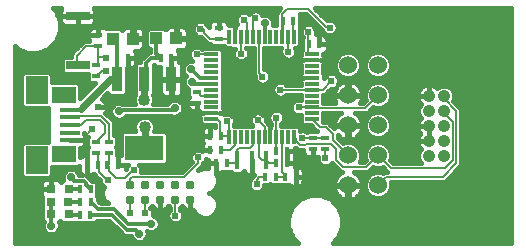
<source format=gtl>
G75*
%MOIN*%
%OFA0B0*%
%FSLAX25Y25*%
%IPPOS*%
%LPD*%
%AMOC8*
5,1,8,0,0,1.08239X$1,22.5*
%
%ADD10R,0.01800X0.03000*%
%ADD11R,0.03937X0.04331*%
%ADD12R,0.03000X0.01800*%
%ADD13R,0.06693X0.01772*%
%ADD14R,0.08268X0.05807*%
%ADD15R,0.07480X0.09350*%
%ADD16R,0.12795X0.08465*%
%ADD17R,0.03740X0.08465*%
%ADD18R,0.01181X0.04724*%
%ADD19R,0.04724X0.01181*%
%ADD20R,0.01575X0.06299*%
%ADD21C,0.03100*%
%ADD22R,0.03150X0.03150*%
%ADD23R,0.07874X0.03150*%
%ADD24C,0.06024*%
%ADD25C,0.04165*%
%ADD26C,0.01600*%
%ADD27C,0.00600*%
%ADD28C,0.02400*%
%ADD29C,0.00800*%
%ADD30C,0.02400*%
%ADD31C,0.04000*%
%ADD32C,0.01200*%
%ADD33C,0.02800*%
D10*
X0051031Y0021575D03*
X0054631Y0021575D03*
X0054681Y0025875D03*
X0051081Y0025875D03*
X0051056Y0030100D03*
X0054656Y0030100D03*
X0053456Y0038100D03*
X0057056Y0038100D03*
X0060131Y0038100D03*
X0063731Y0038100D03*
X0094531Y0043250D03*
X0098131Y0043250D03*
X0098056Y0047875D03*
X0094456Y0047875D03*
X0096506Y0038750D03*
X0100106Y0038750D03*
X0112756Y0034300D03*
X0116356Y0034300D03*
X0119381Y0034300D03*
X0122981Y0034300D03*
X0120131Y0038725D03*
X0116531Y0038725D03*
X0116531Y0042825D03*
X0120131Y0042825D03*
X0081606Y0073725D03*
X0078006Y0073725D03*
X0067206Y0073725D03*
X0063606Y0073725D03*
X0118656Y0086200D03*
X0122256Y0086200D03*
X0127356Y0078400D03*
X0130956Y0078400D03*
D11*
X0083302Y0080400D03*
X0076609Y0080400D03*
X0068827Y0080300D03*
X0062134Y0080300D03*
D12*
X0057256Y0081500D03*
X0057256Y0077900D03*
X0056556Y0071400D03*
X0056556Y0067800D03*
X0090206Y0062400D03*
X0090206Y0058800D03*
X0060656Y0045900D03*
X0056456Y0045900D03*
X0056456Y0042300D03*
X0060656Y0042300D03*
X0128856Y0043500D03*
X0132931Y0043500D03*
X0132931Y0047100D03*
X0128856Y0047100D03*
X0097356Y0080200D03*
X0097356Y0083800D03*
D13*
X0047679Y0056657D03*
X0047679Y0054098D03*
X0047679Y0051539D03*
X0047679Y0048980D03*
X0047679Y0046420D03*
D14*
X0045711Y0041696D03*
X0045711Y0061381D03*
D15*
X0036656Y0063153D03*
X0036656Y0039924D03*
D16*
X0072581Y0043950D03*
D17*
X0072581Y0066785D03*
X0081636Y0066785D03*
X0063525Y0066785D03*
D18*
X0100856Y0080965D03*
X0102824Y0080965D03*
X0104793Y0080965D03*
X0106761Y0080965D03*
X0108730Y0080965D03*
X0110698Y0080965D03*
X0112667Y0080965D03*
X0114635Y0080965D03*
X0116604Y0080965D03*
X0118572Y0080965D03*
X0120541Y0080965D03*
X0122509Y0080965D03*
X0122509Y0047500D03*
X0120541Y0047500D03*
X0118572Y0047500D03*
X0116604Y0047500D03*
X0114635Y0047500D03*
X0112667Y0047500D03*
X0110698Y0047500D03*
X0108730Y0047500D03*
X0106761Y0047500D03*
X0104793Y0047500D03*
X0102824Y0047500D03*
X0100856Y0047500D03*
D19*
X0094950Y0053406D03*
X0094950Y0055374D03*
X0094950Y0057343D03*
X0094950Y0059311D03*
X0094950Y0061280D03*
X0094950Y0063248D03*
X0094950Y0065217D03*
X0094950Y0067185D03*
X0094950Y0069154D03*
X0094950Y0071122D03*
X0094950Y0073091D03*
X0094950Y0075059D03*
X0128415Y0075059D03*
X0128415Y0073091D03*
X0128415Y0071122D03*
X0128415Y0069154D03*
X0128415Y0067185D03*
X0128415Y0065217D03*
X0128415Y0063248D03*
X0128415Y0061280D03*
X0128415Y0059311D03*
X0128415Y0057343D03*
X0128415Y0055374D03*
X0128415Y0053406D03*
D20*
X0113056Y0039700D03*
X0108331Y0039700D03*
X0103607Y0039700D03*
D21*
X0087856Y0031400D03*
X0082856Y0031400D03*
X0077856Y0031400D03*
X0072856Y0031400D03*
X0067856Y0031400D03*
X0067856Y0026400D03*
X0072856Y0026400D03*
X0077856Y0026400D03*
X0082856Y0026400D03*
X0087856Y0026400D03*
D22*
X0047308Y0025900D03*
X0041403Y0025900D03*
X0041503Y0021750D03*
X0047408Y0021750D03*
X0047433Y0030125D03*
X0041528Y0030125D03*
D23*
X0050356Y0071357D03*
X0050356Y0087893D03*
D24*
X0140456Y0071450D03*
X0150456Y0071450D03*
X0150456Y0061450D03*
X0140456Y0061450D03*
X0140456Y0051450D03*
X0150456Y0051450D03*
X0150456Y0041450D03*
X0140456Y0041450D03*
X0140456Y0031450D03*
X0150456Y0031450D03*
D25*
X0167406Y0041150D03*
X0172406Y0041150D03*
X0172406Y0046150D03*
X0167406Y0046150D03*
X0167406Y0051150D03*
X0172406Y0051150D03*
X0172406Y0056150D03*
X0167406Y0056150D03*
X0167406Y0061150D03*
X0172406Y0061150D03*
D26*
X0029456Y0077732D02*
X0029456Y0012300D01*
X0123738Y0012300D01*
X0121932Y0014106D01*
X0120563Y0017411D01*
X0120563Y0020989D01*
X0121932Y0024294D01*
X0124461Y0026824D01*
X0127767Y0028193D01*
X0131344Y0028193D01*
X0134650Y0026824D01*
X0137179Y0024294D01*
X0138548Y0020989D01*
X0138548Y0017411D01*
X0137179Y0014106D01*
X0135373Y0012300D01*
X0194934Y0012300D01*
X0194934Y0090377D01*
X0129433Y0090377D01*
X0133444Y0086366D01*
X0133888Y0086550D01*
X0134923Y0086550D01*
X0135878Y0086154D01*
X0136610Y0085423D01*
X0137006Y0084467D01*
X0137006Y0083433D01*
X0136610Y0082477D01*
X0135878Y0081746D01*
X0134923Y0081350D01*
X0133888Y0081350D01*
X0132933Y0081746D01*
X0132201Y0082477D01*
X0131973Y0083028D01*
X0131606Y0083396D01*
X0126601Y0088400D01*
X0124435Y0088400D01*
X0124556Y0088280D01*
X0124556Y0084120D01*
X0124421Y0083985D01*
X0124500Y0083907D01*
X0124500Y0078022D01*
X0123680Y0077202D01*
X0122841Y0077202D01*
X0123156Y0076442D01*
X0123156Y0075408D01*
X0122760Y0074452D01*
X0122028Y0073721D01*
X0121073Y0073325D01*
X0120038Y0073325D01*
X0119083Y0073721D01*
X0118351Y0074452D01*
X0117956Y0075408D01*
X0117956Y0076442D01*
X0118270Y0077202D01*
X0112398Y0077202D01*
X0112398Y0070150D01*
X0112473Y0070150D01*
X0113428Y0069754D01*
X0114160Y0069023D01*
X0114556Y0068067D01*
X0114556Y0067033D01*
X0114160Y0066077D01*
X0113428Y0065346D01*
X0112473Y0064950D01*
X0111438Y0064950D01*
X0110483Y0065346D01*
X0109751Y0066077D01*
X0109356Y0067033D01*
X0109356Y0067746D01*
X0108998Y0068103D01*
X0108998Y0077202D01*
X0106555Y0077202D01*
X0107010Y0076748D01*
X0107406Y0075792D01*
X0107406Y0074758D01*
X0107010Y0073802D01*
X0106278Y0073071D01*
X0105323Y0072675D01*
X0104288Y0072675D01*
X0103333Y0073071D01*
X0102601Y0073802D01*
X0102206Y0074758D01*
X0102206Y0075792D01*
X0102601Y0076748D01*
X0102656Y0076802D01*
X0101997Y0076802D01*
X0101539Y0076925D01*
X0101128Y0077162D01*
X0101088Y0077202D01*
X0099685Y0077202D01*
X0098987Y0077900D01*
X0095276Y0077900D01*
X0094626Y0078550D01*
X0093826Y0078550D01*
X0091751Y0080625D01*
X0091451Y0080925D01*
X0090788Y0080925D01*
X0089833Y0081321D01*
X0089101Y0082052D01*
X0088706Y0083008D01*
X0088706Y0084042D01*
X0089101Y0084998D01*
X0089833Y0085729D01*
X0090788Y0086125D01*
X0091823Y0086125D01*
X0092778Y0085729D01*
X0093510Y0084998D01*
X0093597Y0084788D01*
X0094056Y0084329D01*
X0094056Y0084937D01*
X0094178Y0085395D01*
X0094415Y0085805D01*
X0094750Y0086140D01*
X0095161Y0086377D01*
X0095619Y0086500D01*
X0097355Y0086500D01*
X0097355Y0083800D01*
X0097356Y0083800D01*
X0097356Y0086500D01*
X0099093Y0086500D01*
X0099550Y0086377D01*
X0099961Y0086140D01*
X0100296Y0085805D01*
X0100533Y0085395D01*
X0100656Y0084937D01*
X0100656Y0084727D01*
X0101088Y0084727D01*
X0101128Y0084767D01*
X0101539Y0085004D01*
X0101997Y0085127D01*
X0102824Y0085127D01*
X0102824Y0083929D01*
X0102824Y0083929D01*
X0102824Y0083929D01*
X0102824Y0085127D01*
X0103491Y0085127D01*
X0103106Y0086058D01*
X0103106Y0087092D01*
X0103501Y0088048D01*
X0104233Y0088779D01*
X0105188Y0089175D01*
X0106223Y0089175D01*
X0107178Y0088779D01*
X0107381Y0088577D01*
X0108083Y0089279D01*
X0109038Y0089675D01*
X0110073Y0089675D01*
X0111028Y0089279D01*
X0111760Y0088548D01*
X0111883Y0088250D01*
X0112124Y0088350D01*
X0113237Y0088350D01*
X0114267Y0087924D01*
X0115054Y0087136D01*
X0115481Y0086107D01*
X0115481Y0084993D01*
X0115370Y0084727D01*
X0116356Y0084727D01*
X0116356Y0088280D01*
X0116872Y0088796D01*
X0116872Y0089371D01*
X0117879Y0090377D01*
X0055846Y0090377D01*
X0055970Y0090162D01*
X0056093Y0089704D01*
X0056093Y0087893D01*
X0050356Y0087893D01*
X0050356Y0087893D01*
X0056093Y0087893D01*
X0056093Y0086081D01*
X0055970Y0085623D01*
X0055733Y0085213D01*
X0055398Y0084878D01*
X0054987Y0084641D01*
X0054530Y0084518D01*
X0050356Y0084518D01*
X0050356Y0087893D01*
X0050355Y0087893D01*
X0050355Y0087893D01*
X0044619Y0087893D01*
X0044619Y0089704D01*
X0044741Y0090162D01*
X0044865Y0090377D01*
X0042246Y0090377D01*
X0043029Y0089594D01*
X0044398Y0086289D01*
X0044398Y0082711D01*
X0043029Y0079406D01*
X0040500Y0076876D01*
X0037194Y0075507D01*
X0033617Y0075507D01*
X0030311Y0076876D01*
X0029456Y0077732D01*
X0029456Y0077137D02*
X0030050Y0077137D01*
X0029456Y0075539D02*
X0033540Y0075539D01*
X0037271Y0075539D02*
X0048490Y0075539D01*
X0048306Y0075354D02*
X0048306Y0074332D01*
X0045839Y0074332D01*
X0045019Y0073512D01*
X0045019Y0069203D01*
X0045839Y0068382D01*
X0053656Y0068382D01*
X0053656Y0066320D01*
X0054476Y0065500D01*
X0056279Y0065500D01*
X0051245Y0060466D01*
X0051245Y0064865D01*
X0050424Y0065685D01*
X0041796Y0065685D01*
X0041796Y0068408D01*
X0040976Y0069228D01*
X0032335Y0069228D01*
X0031515Y0068408D01*
X0031515Y0057898D01*
X0032335Y0057078D01*
X0040580Y0057078D01*
X0040580Y0046000D01*
X0032335Y0046000D01*
X0031515Y0045180D01*
X0031515Y0034669D01*
X0032335Y0033849D01*
X0040976Y0033849D01*
X0041796Y0034669D01*
X0041796Y0037393D01*
X0050424Y0037393D01*
X0050756Y0037724D01*
X0050756Y0036363D01*
X0050878Y0035905D01*
X0051115Y0035495D01*
X0051450Y0035160D01*
X0051861Y0034923D01*
X0051946Y0034900D01*
X0050809Y0034900D01*
X0050504Y0035636D01*
X0049717Y0036424D01*
X0048687Y0036850D01*
X0047574Y0036850D01*
X0046544Y0036424D01*
X0045757Y0035636D01*
X0045331Y0034607D01*
X0045331Y0033493D01*
X0045493Y0033100D01*
X0045279Y0033100D01*
X0044704Y0032526D01*
X0044543Y0032805D01*
X0044208Y0033140D01*
X0043797Y0033377D01*
X0043340Y0033500D01*
X0041528Y0033500D01*
X0041528Y0030125D01*
X0041528Y0030125D01*
X0041528Y0033500D01*
X0039716Y0033500D01*
X0039258Y0033377D01*
X0038848Y0033140D01*
X0038513Y0032805D01*
X0038276Y0032395D01*
X0038153Y0031937D01*
X0038153Y0030125D01*
X0041528Y0030125D01*
X0038153Y0030125D01*
X0038153Y0028313D01*
X0038276Y0027855D01*
X0038428Y0027592D01*
X0038428Y0023745D01*
X0038528Y0023645D01*
X0038528Y0019595D01*
X0039005Y0019119D01*
X0038731Y0018457D01*
X0038731Y0017343D01*
X0039157Y0016314D01*
X0039944Y0015526D01*
X0040974Y0015100D01*
X0042088Y0015100D01*
X0043117Y0015526D01*
X0043904Y0016314D01*
X0044331Y0017343D01*
X0044331Y0018457D01*
X0044040Y0019158D01*
X0044456Y0019573D01*
X0045254Y0018775D01*
X0049450Y0018775D01*
X0049551Y0018675D01*
X0052510Y0018675D01*
X0052831Y0018995D01*
X0053151Y0018675D01*
X0056110Y0018675D01*
X0056931Y0019495D01*
X0056931Y0019575D01*
X0060822Y0019575D01*
X0064656Y0015741D01*
X0064656Y0015672D01*
X0065827Y0014500D01*
X0068156Y0014500D01*
X0068482Y0013714D01*
X0069269Y0012926D01*
X0070299Y0012500D01*
X0071413Y0012500D01*
X0072442Y0012926D01*
X0073229Y0013714D01*
X0073656Y0014743D01*
X0073656Y0015857D01*
X0073563Y0016080D01*
X0074299Y0015775D01*
X0075413Y0015775D01*
X0076442Y0016201D01*
X0077229Y0016989D01*
X0077656Y0018018D01*
X0077656Y0019132D01*
X0077229Y0020161D01*
X0076442Y0020949D01*
X0075413Y0021375D01*
X0075365Y0021375D01*
X0075431Y0021533D01*
X0075431Y0022567D01*
X0075035Y0023523D01*
X0074592Y0023965D01*
X0075109Y0024481D01*
X0075253Y0024264D01*
X0075720Y0023798D01*
X0076269Y0023431D01*
X0076878Y0023179D01*
X0077526Y0023050D01*
X0077855Y0023050D01*
X0077855Y0025600D01*
X0077856Y0025600D01*
X0077856Y0023050D01*
X0078185Y0023050D01*
X0078833Y0023179D01*
X0079442Y0023431D01*
X0079991Y0023798D01*
X0080458Y0024264D01*
X0080602Y0024481D01*
X0081181Y0023903D01*
X0081181Y0023277D01*
X0080676Y0022773D01*
X0080281Y0021817D01*
X0080281Y0020783D01*
X0080676Y0019827D01*
X0081408Y0019096D01*
X0082363Y0018700D01*
X0083398Y0018700D01*
X0084353Y0019096D01*
X0085085Y0019827D01*
X0085481Y0020783D01*
X0085481Y0021817D01*
X0085085Y0022773D01*
X0084581Y0023277D01*
X0084581Y0023953D01*
X0085109Y0024481D01*
X0085253Y0024264D01*
X0085720Y0023798D01*
X0086269Y0023431D01*
X0086878Y0023179D01*
X0087526Y0023050D01*
X0087855Y0023050D01*
X0087855Y0025600D01*
X0087856Y0025600D01*
X0087856Y0023050D01*
X0088185Y0023050D01*
X0088833Y0023179D01*
X0088948Y0023227D01*
X0089253Y0022493D01*
X0090448Y0021297D01*
X0092010Y0020650D01*
X0093701Y0020650D01*
X0095263Y0021297D01*
X0096459Y0022493D01*
X0097106Y0024055D01*
X0097106Y0025745D01*
X0096459Y0027307D01*
X0095263Y0028503D01*
X0094304Y0028900D01*
X0095263Y0029297D01*
X0096459Y0030493D01*
X0097106Y0032055D01*
X0097106Y0033745D01*
X0096459Y0035307D01*
X0096316Y0035450D01*
X0096505Y0035450D01*
X0096505Y0038750D01*
X0093806Y0038750D01*
X0093806Y0037107D01*
X0093701Y0037150D01*
X0092010Y0037150D01*
X0090601Y0036566D01*
X0091210Y0037175D01*
X0092206Y0038171D01*
X0092206Y0038698D01*
X0092710Y0039202D01*
X0093057Y0040040D01*
X0093394Y0039950D01*
X0093806Y0039950D01*
X0093806Y0038750D01*
X0096505Y0038750D01*
X0096505Y0038750D01*
X0096506Y0038750D01*
X0096506Y0035450D01*
X0097643Y0035450D01*
X0098100Y0035573D01*
X0098511Y0035810D01*
X0098588Y0035887D01*
X0098626Y0035850D01*
X0101540Y0035850D01*
X0102239Y0035150D01*
X0104974Y0035150D01*
X0105794Y0035970D01*
X0105794Y0036125D01*
X0105866Y0035856D01*
X0106103Y0035445D01*
X0106439Y0035110D01*
X0106849Y0034873D01*
X0107307Y0034750D01*
X0108331Y0034750D01*
X0108331Y0039700D01*
X0108331Y0039700D01*
X0108331Y0034750D01*
X0109077Y0034750D01*
X0108281Y0033954D01*
X0108281Y0033727D01*
X0107776Y0033223D01*
X0107381Y0032267D01*
X0107381Y0031233D01*
X0107776Y0030277D01*
X0108508Y0029546D01*
X0109463Y0029150D01*
X0110498Y0029150D01*
X0111453Y0029546D01*
X0112185Y0030277D01*
X0112581Y0031233D01*
X0112581Y0031400D01*
X0114235Y0031400D01*
X0114556Y0031720D01*
X0114876Y0031400D01*
X0117835Y0031400D01*
X0117868Y0031433D01*
X0117901Y0031400D01*
X0120860Y0031400D01*
X0120898Y0031437D01*
X0120975Y0031360D01*
X0121386Y0031123D01*
X0121844Y0031000D01*
X0122980Y0031000D01*
X0122980Y0034300D01*
X0122980Y0037600D01*
X0122831Y0037600D01*
X0122831Y0038725D01*
X0122831Y0040462D01*
X0122747Y0040775D01*
X0122831Y0041088D01*
X0122831Y0042825D01*
X0122831Y0043738D01*
X0123269Y0043738D01*
X0123707Y0043300D01*
X0125556Y0043300D01*
X0125556Y0042363D01*
X0125678Y0041905D01*
X0125915Y0041495D01*
X0126250Y0041160D01*
X0126661Y0040923D01*
X0127119Y0040800D01*
X0128855Y0040800D01*
X0128855Y0043500D01*
X0128856Y0043500D01*
X0128856Y0040800D01*
X0130356Y0040800D01*
X0130356Y0039908D01*
X0130751Y0038952D01*
X0131483Y0038221D01*
X0132438Y0037825D01*
X0133473Y0037825D01*
X0134428Y0038221D01*
X0135088Y0038881D01*
X0135840Y0038130D01*
X0138131Y0035838D01*
X0138469Y0035838D01*
X0137934Y0035565D01*
X0137321Y0035120D01*
X0136785Y0034585D01*
X0136340Y0033972D01*
X0135996Y0033297D01*
X0135762Y0032577D01*
X0135644Y0031829D01*
X0135644Y0031654D01*
X0140252Y0031654D01*
X0140252Y0031246D01*
X0140659Y0031246D01*
X0140659Y0026638D01*
X0140834Y0026638D01*
X0141582Y0026757D01*
X0142303Y0026991D01*
X0142977Y0027335D01*
X0143590Y0027780D01*
X0144126Y0028315D01*
X0144571Y0028928D01*
X0144915Y0029603D01*
X0145149Y0030323D01*
X0145267Y0031071D01*
X0145267Y0031246D01*
X0140660Y0031246D01*
X0140660Y0031654D01*
X0145267Y0031654D01*
X0145267Y0031829D01*
X0145149Y0032577D01*
X0144915Y0033297D01*
X0144571Y0033972D01*
X0144126Y0034585D01*
X0143590Y0035120D01*
X0142977Y0035565D01*
X0142442Y0035838D01*
X0147248Y0035838D01*
X0148244Y0036834D01*
X0148779Y0037369D01*
X0149578Y0037038D01*
X0151333Y0037038D01*
X0152132Y0037369D01*
X0153551Y0035950D01*
X0152551Y0035950D01*
X0152132Y0035531D01*
X0151333Y0035862D01*
X0149578Y0035862D01*
X0147956Y0035190D01*
X0146715Y0033949D01*
X0146044Y0032328D01*
X0146044Y0030572D01*
X0146715Y0028951D01*
X0147956Y0027710D01*
X0149578Y0027038D01*
X0151333Y0027038D01*
X0152955Y0027710D01*
X0154196Y0028951D01*
X0154867Y0030572D01*
X0154867Y0032328D01*
X0154775Y0032550D01*
X0172710Y0032550D01*
X0173706Y0033546D01*
X0178288Y0038129D01*
X0178288Y0056890D01*
X0177292Y0057885D01*
X0175546Y0059632D01*
X0175888Y0060457D01*
X0175888Y0061843D01*
X0175358Y0063123D01*
X0174378Y0064102D01*
X0173098Y0064633D01*
X0171713Y0064633D01*
X0170433Y0064102D01*
X0170188Y0063858D01*
X0169881Y0064166D01*
X0169245Y0064591D01*
X0168538Y0064883D01*
X0167788Y0065033D01*
X0167406Y0065033D01*
X0167406Y0061150D01*
X0167405Y0061150D01*
X0163523Y0061150D01*
X0163523Y0060768D01*
X0163672Y0060017D01*
X0163965Y0059311D01*
X0164390Y0058675D01*
X0164697Y0058367D01*
X0164453Y0058123D01*
X0163923Y0056843D01*
X0163923Y0055457D01*
X0164453Y0054177D01*
X0164697Y0053933D01*
X0164390Y0053625D01*
X0163965Y0052989D01*
X0163672Y0052283D01*
X0163523Y0051532D01*
X0163523Y0051150D01*
X0163523Y0050768D01*
X0163672Y0050017D01*
X0163965Y0049311D01*
X0164390Y0048675D01*
X0164415Y0048650D01*
X0164390Y0048625D01*
X0163965Y0047989D01*
X0163672Y0047283D01*
X0163523Y0046532D01*
X0163523Y0046150D01*
X0163523Y0045768D01*
X0163672Y0045017D01*
X0163965Y0044311D01*
X0164390Y0043675D01*
X0164697Y0043367D01*
X0164453Y0043123D01*
X0163923Y0041843D01*
X0163923Y0040457D01*
X0164453Y0039177D01*
X0164680Y0038950D01*
X0155360Y0038950D01*
X0154536Y0039773D01*
X0154867Y0040572D01*
X0154867Y0042328D01*
X0154196Y0043949D01*
X0152955Y0045190D01*
X0151333Y0045862D01*
X0149578Y0045862D01*
X0147956Y0045190D01*
X0146715Y0043949D01*
X0146044Y0042328D01*
X0146044Y0040572D01*
X0146375Y0039773D01*
X0145840Y0039238D01*
X0144315Y0039238D01*
X0144867Y0040572D01*
X0144867Y0042328D01*
X0144196Y0043949D01*
X0142955Y0045190D01*
X0141333Y0045862D01*
X0139578Y0045862D01*
X0138779Y0045531D01*
X0137031Y0047279D01*
X0137031Y0048070D01*
X0137321Y0047780D01*
X0137934Y0047335D01*
X0138608Y0046991D01*
X0139329Y0046757D01*
X0140077Y0046638D01*
X0140252Y0046638D01*
X0140252Y0051246D01*
X0140659Y0051246D01*
X0140659Y0046638D01*
X0140834Y0046638D01*
X0141582Y0046757D01*
X0142303Y0046991D01*
X0142977Y0047335D01*
X0143590Y0047780D01*
X0144126Y0048315D01*
X0144571Y0048928D01*
X0144915Y0049603D01*
X0145149Y0050323D01*
X0145267Y0051071D01*
X0145267Y0051246D01*
X0140660Y0051246D01*
X0140660Y0051654D01*
X0145267Y0051654D01*
X0145267Y0051829D01*
X0145149Y0052577D01*
X0144915Y0053297D01*
X0144571Y0053972D01*
X0144126Y0054585D01*
X0143590Y0055120D01*
X0142977Y0055565D01*
X0142910Y0055600D01*
X0147010Y0055600D01*
X0148006Y0056596D01*
X0148779Y0057369D01*
X0149578Y0057038D01*
X0151333Y0057038D01*
X0152955Y0057710D01*
X0154196Y0058951D01*
X0154867Y0060572D01*
X0154867Y0062328D01*
X0154196Y0063949D01*
X0152955Y0065190D01*
X0151333Y0065862D01*
X0149578Y0065862D01*
X0147956Y0065190D01*
X0146715Y0063949D01*
X0146044Y0062328D01*
X0146044Y0060572D01*
X0146375Y0059773D01*
X0145601Y0059000D01*
X0144608Y0059000D01*
X0144915Y0059603D01*
X0145149Y0060323D01*
X0145267Y0061071D01*
X0145267Y0061246D01*
X0140660Y0061246D01*
X0140660Y0061654D01*
X0145267Y0061654D01*
X0145267Y0061829D01*
X0145149Y0062577D01*
X0144915Y0063297D01*
X0144571Y0063972D01*
X0144126Y0064585D01*
X0143590Y0065120D01*
X0142977Y0065565D01*
X0142303Y0065909D01*
X0141582Y0066143D01*
X0140834Y0066262D01*
X0140659Y0066262D01*
X0140659Y0061654D01*
X0140252Y0061654D01*
X0140252Y0066262D01*
X0140077Y0066262D01*
X0139329Y0066143D01*
X0138608Y0065909D01*
X0137934Y0065565D01*
X0137321Y0065120D01*
X0137274Y0065073D01*
X0137506Y0065633D01*
X0137506Y0066667D01*
X0137110Y0067623D01*
X0136378Y0068354D01*
X0135423Y0068750D01*
X0134388Y0068750D01*
X0133433Y0068354D01*
X0132701Y0067623D01*
X0132577Y0067322D01*
X0132577Y0068013D01*
X0132454Y0068470D01*
X0132217Y0068881D01*
X0132177Y0068921D01*
X0132177Y0071354D01*
X0132217Y0071395D01*
X0132454Y0071805D01*
X0132577Y0072263D01*
X0132577Y0073090D01*
X0131379Y0073090D01*
X0131379Y0073091D01*
X0132577Y0073091D01*
X0132577Y0073918D01*
X0132454Y0074376D01*
X0132217Y0074786D01*
X0132177Y0074827D01*
X0132177Y0075123D01*
X0132550Y0075223D01*
X0132961Y0075460D01*
X0133296Y0075795D01*
X0133533Y0076205D01*
X0133656Y0076663D01*
X0133656Y0078400D01*
X0133656Y0080137D01*
X0133533Y0080595D01*
X0133296Y0081005D01*
X0132961Y0081340D01*
X0132550Y0081577D01*
X0132093Y0081700D01*
X0130956Y0081700D01*
X0130956Y0078400D01*
X0133656Y0078400D01*
X0130956Y0078400D01*
X0130956Y0078400D01*
X0130955Y0078400D01*
X0130955Y0081700D01*
X0129819Y0081700D01*
X0129728Y0081676D01*
X0129856Y0081983D01*
X0129856Y0083017D01*
X0129460Y0083973D01*
X0128728Y0084704D01*
X0127773Y0085100D01*
X0126738Y0085100D01*
X0125783Y0084704D01*
X0125051Y0083973D01*
X0124656Y0083017D01*
X0124656Y0081983D01*
X0125051Y0081027D01*
X0125327Y0080751D01*
X0125056Y0080480D01*
X0125056Y0076633D01*
X0124652Y0076230D01*
X0124652Y0074827D01*
X0124612Y0074786D01*
X0124375Y0074376D01*
X0124252Y0073918D01*
X0124252Y0073091D01*
X0125450Y0073091D01*
X0125450Y0073091D01*
X0125450Y0073090D01*
X0124252Y0073090D01*
X0124252Y0072263D01*
X0124375Y0071805D01*
X0124612Y0071395D01*
X0124652Y0071354D01*
X0124652Y0068921D01*
X0124612Y0068881D01*
X0124375Y0068470D01*
X0124252Y0068013D01*
X0124252Y0067185D01*
X0124252Y0066358D01*
X0124375Y0065900D01*
X0124612Y0065489D01*
X0124652Y0065449D01*
X0124652Y0064950D01*
X0119882Y0064950D01*
X0119378Y0065454D01*
X0118423Y0065850D01*
X0117388Y0065850D01*
X0116433Y0065454D01*
X0115701Y0064723D01*
X0115306Y0063767D01*
X0115306Y0062733D01*
X0115701Y0061777D01*
X0116433Y0061046D01*
X0117388Y0060650D01*
X0118423Y0060650D01*
X0119378Y0061046D01*
X0119882Y0061550D01*
X0124652Y0061550D01*
X0124652Y0059911D01*
X0124498Y0059975D01*
X0123463Y0059975D01*
X0122508Y0059579D01*
X0121776Y0058848D01*
X0121381Y0057892D01*
X0121381Y0056858D01*
X0121776Y0055902D01*
X0122508Y0055171D01*
X0123463Y0054775D01*
X0124498Y0054775D01*
X0124652Y0054839D01*
X0124652Y0052235D01*
X0125472Y0051415D01*
X0128001Y0051415D01*
X0129420Y0049996D01*
X0130016Y0049400D01*
X0126776Y0049400D01*
X0126701Y0049326D01*
X0125798Y0049700D01*
X0124763Y0049700D01*
X0124500Y0049591D01*
X0124500Y0050442D01*
X0123680Y0051262D01*
X0118231Y0051262D01*
X0118231Y0051998D01*
X0118735Y0052502D01*
X0119131Y0053458D01*
X0119131Y0054492D01*
X0118735Y0055448D01*
X0118003Y0056179D01*
X0117048Y0056575D01*
X0116013Y0056575D01*
X0115058Y0056179D01*
X0114326Y0055448D01*
X0113931Y0054492D01*
X0113931Y0053458D01*
X0114326Y0052502D01*
X0114831Y0051998D01*
X0114831Y0051662D01*
X0114635Y0051662D01*
X0114297Y0051662D01*
X0113056Y0052904D01*
X0113056Y0053617D01*
X0112660Y0054573D01*
X0111928Y0055304D01*
X0110973Y0055700D01*
X0109938Y0055700D01*
X0108983Y0055304D01*
X0108251Y0054573D01*
X0107856Y0053617D01*
X0107856Y0052583D01*
X0108251Y0051627D01*
X0108616Y0051262D01*
X0102556Y0051262D01*
X0102556Y0051821D01*
X0102706Y0052183D01*
X0102706Y0053217D01*
X0102310Y0054173D01*
X0101578Y0054904D01*
X0100623Y0055300D01*
X0099588Y0055300D01*
X0099112Y0055103D01*
X0099112Y0055374D01*
X0099112Y0056202D01*
X0098990Y0056659D01*
X0098753Y0057070D01*
X0098712Y0057110D01*
X0098712Y0076230D01*
X0097892Y0077050D01*
X0092008Y0077050D01*
X0091895Y0076937D01*
X0091578Y0077254D01*
X0090623Y0077650D01*
X0089588Y0077650D01*
X0088633Y0077254D01*
X0087901Y0076523D01*
X0087506Y0075567D01*
X0087506Y0074533D01*
X0087901Y0073577D01*
X0088629Y0072850D01*
X0087724Y0072850D01*
X0086694Y0072424D01*
X0085907Y0071636D01*
X0085481Y0070607D01*
X0085481Y0069493D01*
X0085907Y0068464D01*
X0086458Y0067912D01*
X0086132Y0067586D01*
X0085706Y0066557D01*
X0085706Y0065443D01*
X0086132Y0064414D01*
X0086919Y0063626D01*
X0087306Y0063466D01*
X0087306Y0060920D01*
X0087343Y0060883D01*
X0087265Y0060805D01*
X0087028Y0060395D01*
X0086906Y0059937D01*
X0086906Y0058800D01*
X0086906Y0057663D01*
X0087028Y0057205D01*
X0087265Y0056795D01*
X0087600Y0056460D01*
X0088011Y0056223D01*
X0088469Y0056100D01*
X0090205Y0056100D01*
X0090205Y0058800D01*
X0086906Y0058800D01*
X0090205Y0058800D01*
X0090205Y0058800D01*
X0090206Y0058800D01*
X0090206Y0056100D01*
X0090788Y0056100D01*
X0090788Y0055374D01*
X0090788Y0054546D01*
X0090910Y0054089D01*
X0091147Y0053678D01*
X0091188Y0053638D01*
X0091188Y0052235D01*
X0092008Y0051415D01*
X0096156Y0051415D01*
X0096156Y0050992D01*
X0096050Y0051052D01*
X0095593Y0051175D01*
X0094456Y0051175D01*
X0094456Y0047875D01*
X0094455Y0047875D01*
X0091756Y0047875D01*
X0091756Y0046138D01*
X0091878Y0045680D01*
X0091984Y0045498D01*
X0091953Y0045445D01*
X0091831Y0044987D01*
X0091831Y0043250D01*
X0091831Y0042940D01*
X0091023Y0043275D01*
X0089988Y0043275D01*
X0089033Y0042879D01*
X0088301Y0042148D01*
X0087906Y0041192D01*
X0087906Y0040158D01*
X0088301Y0039202D01*
X0088365Y0039139D01*
X0085126Y0035900D01*
X0082410Y0035900D01*
X0082385Y0035925D01*
X0071627Y0035925D01*
X0071631Y0035933D01*
X0071631Y0036967D01*
X0071235Y0037923D01*
X0070840Y0038318D01*
X0079558Y0038318D01*
X0080378Y0039138D01*
X0080378Y0048762D01*
X0079558Y0049582D01*
X0075831Y0049582D01*
X0076056Y0050124D01*
X0076056Y0051476D01*
X0075538Y0052726D01*
X0074581Y0053682D01*
X0073332Y0054200D01*
X0071979Y0054200D01*
X0070730Y0053682D01*
X0069773Y0052726D01*
X0069256Y0051476D01*
X0069256Y0050124D01*
X0069480Y0049582D01*
X0065603Y0049582D01*
X0064783Y0048762D01*
X0064783Y0041400D01*
X0063731Y0041400D01*
X0063731Y0038100D01*
X0066431Y0038100D01*
X0066431Y0036679D01*
X0066431Y0036679D01*
X0066431Y0036967D01*
X0066826Y0037923D01*
X0067221Y0038318D01*
X0066431Y0038318D01*
X0066431Y0038100D01*
X0063731Y0038100D01*
X0063731Y0038100D01*
X0063730Y0038100D01*
X0063730Y0041400D01*
X0063556Y0041400D01*
X0063556Y0043780D01*
X0063235Y0044100D01*
X0063556Y0044420D01*
X0063556Y0047380D01*
X0062735Y0048200D01*
X0062506Y0048200D01*
X0062506Y0052704D01*
X0061510Y0053700D01*
X0059610Y0055599D01*
X0059864Y0055979D01*
X0060090Y0056525D01*
X0060206Y0057105D01*
X0060206Y0057400D01*
X0060206Y0057695D01*
X0060090Y0058275D01*
X0059864Y0058821D01*
X0059536Y0059312D01*
X0059118Y0059730D01*
X0058627Y0060059D01*
X0058319Y0060186D01*
X0060255Y0062123D01*
X0060255Y0061972D01*
X0061075Y0061152D01*
X0059285Y0061152D01*
X0059294Y0059554D02*
X0069081Y0059554D01*
X0069081Y0059249D02*
X0069329Y0058650D01*
X0065266Y0058650D01*
X0064662Y0058900D01*
X0063549Y0058900D01*
X0062519Y0058474D01*
X0061732Y0057686D01*
X0061306Y0056657D01*
X0061306Y0055543D01*
X0061732Y0054514D01*
X0062519Y0053726D01*
X0063549Y0053300D01*
X0064662Y0053300D01*
X0065692Y0053726D01*
X0066479Y0054514D01*
X0066536Y0054650D01*
X0081314Y0054650D01*
X0082099Y0054325D01*
X0083213Y0054325D01*
X0084242Y0054751D01*
X0085029Y0055539D01*
X0085456Y0056568D01*
X0085456Y0057682D01*
X0085029Y0058711D01*
X0084242Y0059499D01*
X0083213Y0059925D01*
X0082099Y0059925D01*
X0081069Y0059499D01*
X0080282Y0058711D01*
X0080257Y0058650D01*
X0075633Y0058650D01*
X0075881Y0059249D01*
X0075881Y0060601D01*
X0075470Y0061592D01*
X0075851Y0061972D01*
X0075851Y0071500D01*
X0076526Y0070825D01*
X0077966Y0070825D01*
X0077966Y0066920D01*
X0081501Y0066920D01*
X0081501Y0070425D01*
X0081605Y0070425D01*
X0081605Y0073725D01*
X0081606Y0073725D01*
X0084306Y0073725D01*
X0084306Y0075462D01*
X0084183Y0075920D01*
X0083946Y0076330D01*
X0083841Y0076435D01*
X0085507Y0076435D01*
X0085965Y0076557D01*
X0086376Y0076794D01*
X0086711Y0077129D01*
X0086948Y0077540D01*
X0087070Y0077998D01*
X0087070Y0080216D01*
X0083486Y0080216D01*
X0083486Y0080584D01*
X0083118Y0080584D01*
X0083118Y0084365D01*
X0081097Y0084365D01*
X0080639Y0084243D01*
X0080228Y0084006D01*
X0079893Y0083671D01*
X0079732Y0083391D01*
X0079157Y0083965D01*
X0074061Y0083965D01*
X0073241Y0083145D01*
X0073241Y0077655D01*
X0074061Y0076835D01*
X0074609Y0076835D01*
X0074609Y0075725D01*
X0073852Y0075725D01*
X0072681Y0074553D01*
X0071256Y0073128D01*
X0071256Y0072417D01*
X0070131Y0072417D01*
X0069906Y0072192D01*
X0069906Y0073725D01*
X0069906Y0075462D01*
X0069783Y0075920D01*
X0069546Y0076330D01*
X0069541Y0076335D01*
X0071032Y0076335D01*
X0071490Y0076457D01*
X0071901Y0076694D01*
X0072236Y0077029D01*
X0072473Y0077440D01*
X0072595Y0077898D01*
X0072595Y0080116D01*
X0069011Y0080116D01*
X0069011Y0080484D01*
X0068643Y0080484D01*
X0068643Y0084265D01*
X0066622Y0084265D01*
X0066164Y0084143D01*
X0065753Y0083906D01*
X0065418Y0083571D01*
X0065257Y0083291D01*
X0064682Y0083865D01*
X0059817Y0083865D01*
X0059450Y0084077D01*
X0058993Y0084200D01*
X0057256Y0084200D01*
X0057256Y0081500D01*
X0057255Y0081500D01*
X0053956Y0081500D01*
X0053956Y0080363D01*
X0054078Y0079905D01*
X0054254Y0079600D01*
X0052551Y0079600D01*
X0049301Y0076350D01*
X0048306Y0075354D01*
X0050089Y0077137D02*
X0040761Y0077137D01*
X0042359Y0078736D02*
X0051687Y0078736D01*
X0053963Y0080334D02*
X0043414Y0080334D01*
X0044076Y0081933D02*
X0053956Y0081933D01*
X0053956Y0081500D02*
X0057255Y0081500D01*
X0057255Y0081500D01*
X0057255Y0084200D01*
X0055519Y0084200D01*
X0055061Y0084077D01*
X0054650Y0083840D01*
X0054315Y0083505D01*
X0054078Y0083095D01*
X0053956Y0082637D01*
X0053956Y0081500D01*
X0057255Y0081933D02*
X0057256Y0081933D01*
X0057255Y0083532D02*
X0057256Y0083532D01*
X0055650Y0085130D02*
X0089234Y0085130D01*
X0088706Y0083532D02*
X0086791Y0083532D01*
X0086711Y0083671D02*
X0086376Y0084006D01*
X0085965Y0084243D01*
X0085507Y0084365D01*
X0083486Y0084365D01*
X0083486Y0080584D01*
X0087070Y0080584D01*
X0087070Y0082802D01*
X0086948Y0083260D01*
X0086711Y0083671D01*
X0087070Y0081933D02*
X0089221Y0081933D01*
X0092042Y0080334D02*
X0083486Y0080334D01*
X0083486Y0081933D02*
X0083118Y0081933D01*
X0083118Y0083532D02*
X0083486Y0083532D01*
X0079813Y0083532D02*
X0079591Y0083532D01*
X0073627Y0083532D02*
X0072258Y0083532D01*
X0072236Y0083571D02*
X0071901Y0083906D01*
X0071490Y0084143D01*
X0071032Y0084265D01*
X0069011Y0084265D01*
X0069011Y0080484D01*
X0072595Y0080484D01*
X0072595Y0082702D01*
X0072473Y0083160D01*
X0072236Y0083571D01*
X0072595Y0081933D02*
X0073241Y0081933D01*
X0073241Y0080334D02*
X0069011Y0080334D01*
X0069011Y0081933D02*
X0068643Y0081933D01*
X0068643Y0083532D02*
X0069011Y0083532D01*
X0065396Y0083532D02*
X0065016Y0083532D01*
X0056093Y0086729D02*
X0103106Y0086729D01*
X0103781Y0088327D02*
X0056093Y0088327D01*
X0056033Y0089926D02*
X0117427Y0089926D01*
X0116403Y0088327D02*
X0113293Y0088327D01*
X0112068Y0088327D02*
X0111851Y0088327D01*
X0115223Y0086729D02*
X0116356Y0086729D01*
X0116356Y0085130D02*
X0115481Y0085130D01*
X0124556Y0085130D02*
X0129871Y0085130D01*
X0129642Y0083532D02*
X0131470Y0083532D01*
X0132746Y0081933D02*
X0129835Y0081933D01*
X0130955Y0080334D02*
X0130956Y0080334D01*
X0130955Y0078736D02*
X0130956Y0078736D01*
X0133656Y0078736D02*
X0194934Y0078736D01*
X0194934Y0077137D02*
X0133656Y0077137D01*
X0133040Y0075539D02*
X0138799Y0075539D01*
X0139578Y0075862D02*
X0137956Y0075190D01*
X0136715Y0073949D01*
X0136044Y0072328D01*
X0136044Y0070572D01*
X0136715Y0068951D01*
X0137956Y0067710D01*
X0139578Y0067038D01*
X0141333Y0067038D01*
X0142955Y0067710D01*
X0144196Y0068951D01*
X0144867Y0070572D01*
X0144867Y0072328D01*
X0144196Y0073949D01*
X0142955Y0075190D01*
X0141333Y0075862D01*
X0139578Y0075862D01*
X0142113Y0075539D02*
X0148799Y0075539D01*
X0149578Y0075862D02*
X0147956Y0075190D01*
X0146715Y0073949D01*
X0146044Y0072328D01*
X0146044Y0070572D01*
X0146715Y0068951D01*
X0147956Y0067710D01*
X0149578Y0067038D01*
X0151333Y0067038D01*
X0152955Y0067710D01*
X0154196Y0068951D01*
X0154867Y0070572D01*
X0154867Y0072328D01*
X0154196Y0073949D01*
X0152955Y0075190D01*
X0151333Y0075862D01*
X0149578Y0075862D01*
X0152113Y0075539D02*
X0194934Y0075539D01*
X0194934Y0073940D02*
X0154199Y0073940D01*
X0154861Y0072342D02*
X0194934Y0072342D01*
X0194934Y0070743D02*
X0154867Y0070743D01*
X0154276Y0069145D02*
X0194934Y0069145D01*
X0194934Y0067546D02*
X0152560Y0067546D01*
X0148351Y0067546D02*
X0142560Y0067546D01*
X0142184Y0065948D02*
X0194934Y0065948D01*
X0194934Y0064349D02*
X0173782Y0064349D01*
X0175512Y0062751D02*
X0194934Y0062751D01*
X0194934Y0061152D02*
X0175888Y0061152D01*
X0175624Y0059554D02*
X0194934Y0059554D01*
X0194934Y0057955D02*
X0177223Y0057955D01*
X0178288Y0056357D02*
X0194934Y0056357D01*
X0194934Y0054758D02*
X0178288Y0054758D01*
X0178288Y0053160D02*
X0194934Y0053160D01*
X0194934Y0051561D02*
X0178288Y0051561D01*
X0178288Y0049963D02*
X0194934Y0049963D01*
X0194934Y0048364D02*
X0178288Y0048364D01*
X0178288Y0046766D02*
X0194934Y0046766D01*
X0194934Y0045167D02*
X0178288Y0045167D01*
X0178288Y0043569D02*
X0194934Y0043569D01*
X0194934Y0041970D02*
X0178288Y0041970D01*
X0178288Y0040372D02*
X0194934Y0040372D01*
X0194934Y0038773D02*
X0178288Y0038773D01*
X0177334Y0037175D02*
X0194934Y0037175D01*
X0194934Y0035576D02*
X0175736Y0035576D01*
X0174137Y0033978D02*
X0194934Y0033978D01*
X0194934Y0032379D02*
X0154846Y0032379D01*
X0154867Y0030781D02*
X0194934Y0030781D01*
X0194934Y0029182D02*
X0154291Y0029182D01*
X0152650Y0027584D02*
X0194934Y0027584D01*
X0194934Y0025985D02*
X0135488Y0025985D01*
X0137087Y0024387D02*
X0194934Y0024387D01*
X0194934Y0022788D02*
X0137803Y0022788D01*
X0138465Y0021190D02*
X0194934Y0021190D01*
X0194934Y0019591D02*
X0138548Y0019591D01*
X0138548Y0017993D02*
X0194934Y0017993D01*
X0194934Y0016394D02*
X0138127Y0016394D01*
X0137465Y0014796D02*
X0194934Y0014796D01*
X0194934Y0013197D02*
X0136270Y0013197D01*
X0122841Y0013197D02*
X0072712Y0013197D01*
X0073656Y0014796D02*
X0121646Y0014796D01*
X0120984Y0016394D02*
X0076634Y0016394D01*
X0077645Y0017993D02*
X0120563Y0017993D01*
X0120563Y0019591D02*
X0084849Y0019591D01*
X0085481Y0021190D02*
X0090708Y0021190D01*
X0089130Y0022788D02*
X0085069Y0022788D01*
X0085014Y0024387D02*
X0085172Y0024387D01*
X0087855Y0024387D02*
X0087856Y0024387D01*
X0080697Y0024387D02*
X0080539Y0024387D01*
X0077856Y0024387D02*
X0077855Y0024387D01*
X0075172Y0024387D02*
X0075014Y0024387D01*
X0075339Y0022788D02*
X0080692Y0022788D01*
X0080281Y0021190D02*
X0075860Y0021190D01*
X0077465Y0019591D02*
X0080913Y0019591D01*
X0068999Y0013197D02*
X0029456Y0013197D01*
X0029456Y0014796D02*
X0065532Y0014796D01*
X0064003Y0016394D02*
X0043937Y0016394D01*
X0044331Y0017993D02*
X0062404Y0017993D01*
X0060370Y0025375D02*
X0058009Y0025375D01*
X0056981Y0026403D01*
X0056981Y0027955D01*
X0056935Y0028000D01*
X0056956Y0028020D01*
X0056956Y0032180D01*
X0056135Y0033000D01*
X0055081Y0033000D01*
X0054353Y0033728D01*
X0053281Y0034800D01*
X0053455Y0034800D01*
X0053455Y0038100D01*
X0053455Y0041400D01*
X0052319Y0041400D01*
X0051861Y0041277D01*
X0051450Y0041040D01*
X0051245Y0040835D01*
X0051245Y0043735D01*
X0051263Y0043735D01*
X0051720Y0043857D01*
X0052131Y0044094D01*
X0052466Y0044429D01*
X0052703Y0044840D01*
X0052826Y0045298D01*
X0052826Y0046420D01*
X0047679Y0046420D01*
X0047679Y0046421D01*
X0052826Y0046421D01*
X0052826Y0047543D01*
X0052703Y0048001D01*
X0052466Y0048412D01*
X0052426Y0048452D01*
X0052426Y0048972D01*
X0052547Y0048679D01*
X0052875Y0048188D01*
X0053293Y0047770D01*
X0053684Y0047509D01*
X0053556Y0047380D01*
X0053556Y0044420D01*
X0053876Y0044100D01*
X0053556Y0043780D01*
X0053556Y0041400D01*
X0053456Y0041400D01*
X0053456Y0038100D01*
X0053455Y0038100D01*
X0053456Y0038100D01*
X0053456Y0034800D01*
X0054593Y0034800D01*
X0055050Y0034923D01*
X0055461Y0035160D01*
X0055538Y0035237D01*
X0055576Y0035200D01*
X0055701Y0035200D01*
X0056626Y0034275D01*
X0057831Y0033071D01*
X0057831Y0032658D01*
X0058226Y0031702D01*
X0058958Y0030971D01*
X0059090Y0030916D01*
X0058606Y0029745D01*
X0058606Y0028055D01*
X0059253Y0026493D01*
X0060370Y0025375D01*
X0059760Y0025985D02*
X0057399Y0025985D01*
X0056981Y0027584D02*
X0058801Y0027584D01*
X0058606Y0029182D02*
X0056956Y0029182D01*
X0056956Y0030781D02*
X0059034Y0030781D01*
X0057946Y0032379D02*
X0056756Y0032379D01*
X0056924Y0033978D02*
X0054103Y0033978D01*
X0053455Y0035576D02*
X0053456Y0035576D01*
X0053455Y0037175D02*
X0053456Y0037175D01*
X0053455Y0038773D02*
X0053456Y0038773D01*
X0053455Y0040372D02*
X0053456Y0040372D01*
X0053556Y0041970D02*
X0051245Y0041970D01*
X0051245Y0043569D02*
X0053556Y0043569D01*
X0053556Y0045167D02*
X0052791Y0045167D01*
X0052826Y0046766D02*
X0053556Y0046766D01*
X0052757Y0048364D02*
X0052493Y0048364D01*
X0062506Y0048364D02*
X0064783Y0048364D01*
X0062506Y0049963D02*
X0069322Y0049963D01*
X0069291Y0051561D02*
X0062506Y0051561D01*
X0062050Y0053160D02*
X0070207Y0053160D01*
X0075104Y0053160D02*
X0091188Y0053160D01*
X0090788Y0054758D02*
X0084249Y0054758D01*
X0085368Y0056357D02*
X0087778Y0056357D01*
X0086906Y0057955D02*
X0085342Y0057955D01*
X0084109Y0059554D02*
X0086906Y0059554D01*
X0087306Y0061152D02*
X0084651Y0061152D01*
X0084611Y0061112D02*
X0084946Y0061447D01*
X0085183Y0061858D01*
X0085306Y0062315D01*
X0085306Y0066650D01*
X0081771Y0066650D01*
X0081771Y0066920D01*
X0085306Y0066920D01*
X0085306Y0071254D01*
X0085183Y0071712D01*
X0084946Y0072122D01*
X0084611Y0072457D01*
X0084306Y0072634D01*
X0084306Y0073725D01*
X0081606Y0073725D01*
X0081606Y0073725D01*
X0081606Y0070425D01*
X0081771Y0070425D01*
X0081771Y0066920D01*
X0081501Y0066920D01*
X0081501Y0066650D01*
X0081771Y0066650D01*
X0081771Y0060752D01*
X0083743Y0060752D01*
X0084201Y0060875D01*
X0084611Y0061112D01*
X0085306Y0062751D02*
X0087306Y0062751D01*
X0086196Y0064349D02*
X0085306Y0064349D01*
X0085306Y0065948D02*
X0085706Y0065948D01*
X0085306Y0067546D02*
X0086115Y0067546D01*
X0085625Y0069145D02*
X0085306Y0069145D01*
X0085306Y0070743D02*
X0085537Y0070743D01*
X0084726Y0072342D02*
X0086613Y0072342D01*
X0087751Y0073940D02*
X0084306Y0073940D01*
X0084285Y0075539D02*
X0087506Y0075539D01*
X0086716Y0077137D02*
X0088516Y0077137D01*
X0087070Y0078736D02*
X0093640Y0078736D01*
X0091695Y0077137D02*
X0101171Y0077137D01*
X0102206Y0075539D02*
X0098712Y0075539D01*
X0098712Y0073940D02*
X0102544Y0073940D01*
X0098712Y0072342D02*
X0108998Y0072342D01*
X0108998Y0073940D02*
X0107067Y0073940D01*
X0107406Y0075539D02*
X0108998Y0075539D01*
X0112398Y0075539D02*
X0117956Y0075539D01*
X0118244Y0077137D02*
X0112398Y0077137D01*
X0108998Y0077137D02*
X0106620Y0077137D01*
X0112398Y0073940D02*
X0118863Y0073940D01*
X0122248Y0073940D02*
X0124258Y0073940D01*
X0124252Y0072342D02*
X0112398Y0072342D01*
X0112398Y0070743D02*
X0124652Y0070743D01*
X0124652Y0069145D02*
X0114038Y0069145D01*
X0114556Y0067546D02*
X0124252Y0067546D01*
X0124252Y0067185D02*
X0125450Y0067185D01*
X0124252Y0067185D01*
X0125450Y0067185D02*
X0125450Y0067185D01*
X0125450Y0067185D01*
X0124362Y0065948D02*
X0114030Y0065948D01*
X0115547Y0064349D02*
X0098712Y0064349D01*
X0098712Y0062751D02*
X0115306Y0062751D01*
X0116326Y0061152D02*
X0098712Y0061152D01*
X0098712Y0059554D02*
X0122482Y0059554D01*
X0124652Y0061152D02*
X0119485Y0061152D01*
X0121407Y0057955D02*
X0098712Y0057955D01*
X0099071Y0056357D02*
X0115487Y0056357D01*
X0117574Y0056357D02*
X0121588Y0056357D01*
X0119020Y0054758D02*
X0124652Y0054758D01*
X0124652Y0053160D02*
X0119007Y0053160D01*
X0118231Y0051561D02*
X0125326Y0051561D01*
X0124500Y0049963D02*
X0129453Y0049963D01*
X0134546Y0051561D02*
X0140252Y0051561D01*
X0140252Y0051654D02*
X0140252Y0051246D01*
X0135644Y0051246D01*
X0135644Y0051071D01*
X0135758Y0050349D01*
X0133707Y0052400D01*
X0132177Y0052400D01*
X0132177Y0055600D01*
X0138002Y0055600D01*
X0137934Y0055565D01*
X0137321Y0055120D01*
X0136785Y0054585D01*
X0136340Y0053972D01*
X0135996Y0053297D01*
X0135762Y0052577D01*
X0135644Y0051829D01*
X0135644Y0051654D01*
X0140252Y0051654D01*
X0140660Y0051561D02*
X0146044Y0051561D01*
X0146044Y0052328D02*
X0146044Y0050572D01*
X0146715Y0048951D01*
X0147956Y0047710D01*
X0149578Y0047038D01*
X0151333Y0047038D01*
X0152955Y0047710D01*
X0154196Y0048951D01*
X0154867Y0050572D01*
X0154867Y0052328D01*
X0154196Y0053949D01*
X0152955Y0055190D01*
X0151333Y0055862D01*
X0149578Y0055862D01*
X0147956Y0055190D01*
X0146715Y0053949D01*
X0146044Y0052328D01*
X0146388Y0053160D02*
X0144959Y0053160D01*
X0143952Y0054758D02*
X0147525Y0054758D01*
X0147767Y0056357D02*
X0163923Y0056357D01*
X0164384Y0057955D02*
X0153200Y0057955D01*
X0154445Y0059554D02*
X0163864Y0059554D01*
X0163523Y0061150D02*
X0167405Y0061150D01*
X0167405Y0061150D01*
X0167405Y0065033D01*
X0167023Y0065033D01*
X0166273Y0064883D01*
X0165566Y0064591D01*
X0164930Y0064166D01*
X0164390Y0063625D01*
X0163965Y0062989D01*
X0163672Y0062283D01*
X0163523Y0061532D01*
X0163523Y0061150D01*
X0163523Y0061152D02*
X0154867Y0061152D01*
X0154692Y0062751D02*
X0163866Y0062751D01*
X0165205Y0064349D02*
X0153795Y0064349D01*
X0147116Y0064349D02*
X0144297Y0064349D01*
X0145092Y0062751D02*
X0146219Y0062751D01*
X0146044Y0061152D02*
X0145267Y0061152D01*
X0144890Y0059554D02*
X0146155Y0059554D01*
X0140252Y0061246D02*
X0135644Y0061246D01*
X0135644Y0061071D01*
X0135762Y0060323D01*
X0135996Y0059603D01*
X0136303Y0059000D01*
X0132177Y0059000D01*
X0132177Y0060109D01*
X0132177Y0061548D01*
X0132812Y0061548D01*
X0133808Y0062544D01*
X0133808Y0062598D01*
X0134760Y0063550D01*
X0135423Y0063550D01*
X0136313Y0063919D01*
X0135996Y0063297D01*
X0135762Y0062577D01*
X0135644Y0061829D01*
X0135644Y0061654D01*
X0140252Y0061654D01*
X0140252Y0061246D01*
X0140252Y0062751D02*
X0140659Y0062751D01*
X0140659Y0064349D02*
X0140252Y0064349D01*
X0140252Y0065948D02*
X0140659Y0065948D01*
X0138727Y0065948D02*
X0137506Y0065948D01*
X0137141Y0067546D02*
X0138351Y0067546D01*
X0136635Y0069145D02*
X0132177Y0069145D01*
X0132177Y0070743D02*
X0136044Y0070743D01*
X0136050Y0072342D02*
X0132577Y0072342D01*
X0131379Y0073091D02*
X0131379Y0073091D01*
X0132571Y0073940D02*
X0136712Y0073940D01*
X0144199Y0073940D02*
X0146712Y0073940D01*
X0146050Y0072342D02*
X0144861Y0072342D01*
X0144867Y0070743D02*
X0146044Y0070743D01*
X0146635Y0069145D02*
X0144276Y0069145D01*
X0135819Y0062751D02*
X0133961Y0062751D01*
X0135644Y0061152D02*
X0132177Y0061152D01*
X0132177Y0059554D02*
X0136021Y0059554D01*
X0136959Y0054758D02*
X0132177Y0054758D01*
X0132177Y0053160D02*
X0135952Y0053160D01*
X0140252Y0049963D02*
X0140659Y0049963D01*
X0140659Y0048364D02*
X0140252Y0048364D01*
X0140252Y0046766D02*
X0140659Y0046766D01*
X0141610Y0046766D02*
X0163569Y0046766D01*
X0163523Y0046150D02*
X0167405Y0046150D01*
X0163523Y0046150D01*
X0163642Y0045167D02*
X0152978Y0045167D01*
X0154353Y0043569D02*
X0164496Y0043569D01*
X0163976Y0041970D02*
X0154867Y0041970D01*
X0154784Y0040372D02*
X0163958Y0040372D01*
X0167405Y0046150D02*
X0167405Y0046150D01*
X0167405Y0050033D01*
X0167405Y0051150D01*
X0163523Y0051150D01*
X0167405Y0051150D01*
X0167405Y0051150D01*
X0167406Y0051150D01*
X0167406Y0046150D01*
X0167405Y0046150D01*
X0167405Y0046766D02*
X0167406Y0046766D01*
X0167405Y0048364D02*
X0167406Y0048364D01*
X0167405Y0049963D02*
X0167406Y0049963D01*
X0164215Y0048364D02*
X0153609Y0048364D01*
X0154615Y0049963D02*
X0163695Y0049963D01*
X0163529Y0051561D02*
X0154867Y0051561D01*
X0154523Y0053160D02*
X0164079Y0053160D01*
X0164212Y0054758D02*
X0153386Y0054758D01*
X0146296Y0049963D02*
X0145032Y0049963D01*
X0144161Y0048364D02*
X0147302Y0048364D01*
X0147934Y0045167D02*
X0142978Y0045167D01*
X0139301Y0046766D02*
X0137544Y0046766D01*
X0144353Y0043569D02*
X0146558Y0043569D01*
X0146044Y0041970D02*
X0144867Y0041970D01*
X0144784Y0040372D02*
X0146127Y0040372D01*
X0148584Y0037175D02*
X0149248Y0037175D01*
X0148888Y0035576D02*
X0142956Y0035576D01*
X0144567Y0033978D02*
X0146744Y0033978D01*
X0146065Y0032379D02*
X0145180Y0032379D01*
X0145221Y0030781D02*
X0146044Y0030781D01*
X0146620Y0029182D02*
X0144700Y0029182D01*
X0143320Y0027584D02*
X0148261Y0027584D01*
X0140659Y0027584D02*
X0140252Y0027584D01*
X0140252Y0026638D02*
X0140252Y0031246D01*
X0135644Y0031246D01*
X0135644Y0031071D01*
X0135762Y0030323D01*
X0135996Y0029603D01*
X0136340Y0028928D01*
X0136785Y0028315D01*
X0137321Y0027780D01*
X0137934Y0027335D01*
X0138608Y0026991D01*
X0139329Y0026757D01*
X0140077Y0026638D01*
X0140252Y0026638D01*
X0137591Y0027584D02*
X0132815Y0027584D01*
X0136211Y0029182D02*
X0110575Y0029182D01*
X0109386Y0029182D02*
X0094986Y0029182D01*
X0096578Y0030781D02*
X0107568Y0030781D01*
X0107427Y0032379D02*
X0097106Y0032379D01*
X0097009Y0033978D02*
X0108304Y0033978D01*
X0108331Y0035576D02*
X0108331Y0035576D01*
X0108331Y0037175D02*
X0108331Y0037175D01*
X0106028Y0035576D02*
X0105400Y0035576D01*
X0101814Y0035576D02*
X0098106Y0035576D01*
X0096506Y0035576D02*
X0096505Y0035576D01*
X0096505Y0037175D02*
X0096506Y0037175D01*
X0093806Y0037175D02*
X0091209Y0037175D01*
X0092281Y0038773D02*
X0093806Y0038773D01*
X0088000Y0038773D02*
X0080014Y0038773D01*
X0080378Y0040372D02*
X0087906Y0040372D01*
X0088228Y0041970D02*
X0080378Y0041970D01*
X0080378Y0043569D02*
X0091831Y0043569D01*
X0091831Y0043250D02*
X0094530Y0043250D01*
X0091831Y0043250D01*
X0091879Y0045167D02*
X0080378Y0045167D01*
X0080378Y0046766D02*
X0091756Y0046766D01*
X0091756Y0047875D02*
X0094455Y0047875D01*
X0094455Y0047875D01*
X0094455Y0051175D01*
X0093319Y0051175D01*
X0092861Y0051052D01*
X0092450Y0050815D01*
X0092115Y0050480D01*
X0091878Y0050070D01*
X0091756Y0049612D01*
X0091756Y0047875D01*
X0091756Y0048364D02*
X0080378Y0048364D01*
X0075989Y0049963D02*
X0091850Y0049963D01*
X0091862Y0051561D02*
X0076020Y0051561D01*
X0064783Y0046766D02*
X0063556Y0046766D01*
X0063556Y0045167D02*
X0064783Y0045167D01*
X0064783Y0043569D02*
X0063556Y0043569D01*
X0063556Y0041970D02*
X0064783Y0041970D01*
X0063730Y0040372D02*
X0063731Y0040372D01*
X0063730Y0038773D02*
X0063731Y0038773D01*
X0066431Y0037175D02*
X0066517Y0037175D01*
X0071545Y0037175D02*
X0086401Y0037175D01*
X0094530Y0043250D02*
X0094530Y0043250D01*
X0094455Y0048364D02*
X0094456Y0048364D01*
X0094455Y0049963D02*
X0094456Y0049963D01*
X0102556Y0051561D02*
X0108317Y0051561D01*
X0107856Y0053160D02*
X0102706Y0053160D01*
X0101724Y0054758D02*
X0108437Y0054758D01*
X0112474Y0054758D02*
X0114041Y0054758D01*
X0114054Y0053160D02*
X0113056Y0053160D01*
X0114635Y0051662D02*
X0114635Y0050464D01*
X0114635Y0050464D01*
X0114635Y0050464D01*
X0114635Y0051662D01*
X0114635Y0051561D02*
X0114635Y0051561D01*
X0099112Y0055374D02*
X0097914Y0055374D01*
X0097914Y0055374D01*
X0097914Y0055374D01*
X0099112Y0055374D01*
X0091986Y0055374D02*
X0091986Y0055374D01*
X0091986Y0055374D01*
X0090788Y0055374D01*
X0091986Y0055374D01*
X0090206Y0056357D02*
X0090205Y0056357D01*
X0090205Y0057955D02*
X0090206Y0057955D01*
X0081771Y0061152D02*
X0081501Y0061152D01*
X0081501Y0060752D02*
X0081501Y0066650D01*
X0077966Y0066650D01*
X0077966Y0062315D01*
X0078088Y0061858D01*
X0078325Y0061447D01*
X0078660Y0061112D01*
X0079071Y0060875D01*
X0079529Y0060752D01*
X0081501Y0060752D01*
X0081203Y0059554D02*
X0075881Y0059554D01*
X0075652Y0061152D02*
X0078620Y0061152D01*
X0077966Y0062751D02*
X0075851Y0062751D01*
X0075851Y0064349D02*
X0077966Y0064349D01*
X0081501Y0064349D02*
X0081771Y0064349D01*
X0081771Y0062751D02*
X0081501Y0062751D01*
X0081501Y0065948D02*
X0081771Y0065948D01*
X0081771Y0067546D02*
X0081501Y0067546D01*
X0077966Y0067546D02*
X0075851Y0067546D01*
X0075851Y0065948D02*
X0077966Y0065948D01*
X0077966Y0069145D02*
X0075851Y0069145D01*
X0075851Y0070743D02*
X0077966Y0070743D01*
X0081605Y0070743D02*
X0081606Y0070743D01*
X0081501Y0069145D02*
X0081771Y0069145D01*
X0081605Y0072342D02*
X0081606Y0072342D01*
X0073666Y0075539D02*
X0069885Y0075539D01*
X0069906Y0073940D02*
X0072068Y0073940D01*
X0069906Y0073725D02*
X0067206Y0073725D01*
X0067206Y0073725D01*
X0069906Y0073725D01*
X0069906Y0072342D02*
X0070056Y0072342D01*
X0069310Y0070884D02*
X0069310Y0061972D01*
X0069549Y0061733D01*
X0069081Y0060601D01*
X0069081Y0059249D01*
X0069309Y0061152D02*
X0065975Y0061152D01*
X0066795Y0061972D01*
X0066795Y0070425D01*
X0067205Y0070425D01*
X0067205Y0073725D01*
X0067206Y0073725D01*
X0067206Y0070425D01*
X0068343Y0070425D01*
X0068800Y0070548D01*
X0069211Y0070785D01*
X0069310Y0070884D01*
X0069310Y0070743D02*
X0069139Y0070743D01*
X0069310Y0069145D02*
X0066795Y0069145D01*
X0067205Y0070743D02*
X0067206Y0070743D01*
X0067205Y0072342D02*
X0067206Y0072342D01*
X0066795Y0067546D02*
X0069310Y0067546D01*
X0069310Y0065948D02*
X0066795Y0065948D01*
X0066795Y0064349D02*
X0069310Y0064349D01*
X0069310Y0062751D02*
X0066795Y0062751D01*
X0065975Y0061152D02*
X0061075Y0061152D01*
X0060154Y0057955D02*
X0062001Y0057955D01*
X0061306Y0056357D02*
X0060021Y0056357D01*
X0060206Y0057400D02*
X0057206Y0057400D01*
X0060206Y0057400D01*
X0057206Y0057400D02*
X0057206Y0057400D01*
X0060451Y0054758D02*
X0061631Y0054758D01*
X0051931Y0061152D02*
X0051245Y0061152D01*
X0051245Y0062751D02*
X0053529Y0062751D01*
X0055128Y0064349D02*
X0051245Y0064349D01*
X0054028Y0065948D02*
X0041796Y0065948D01*
X0041796Y0067546D02*
X0053656Y0067546D01*
X0045076Y0069145D02*
X0041059Y0069145D01*
X0045019Y0070743D02*
X0029456Y0070743D01*
X0029456Y0069145D02*
X0032252Y0069145D01*
X0031515Y0067546D02*
X0029456Y0067546D01*
X0029456Y0065948D02*
X0031515Y0065948D01*
X0031515Y0064349D02*
X0029456Y0064349D01*
X0029456Y0062751D02*
X0031515Y0062751D01*
X0031515Y0061152D02*
X0029456Y0061152D01*
X0029456Y0059554D02*
X0031515Y0059554D01*
X0031515Y0057955D02*
X0029456Y0057955D01*
X0029456Y0056357D02*
X0040580Y0056357D01*
X0040580Y0054758D02*
X0029456Y0054758D01*
X0029456Y0053160D02*
X0040580Y0053160D01*
X0040580Y0051561D02*
X0029456Y0051561D01*
X0029456Y0049963D02*
X0040580Y0049963D01*
X0040580Y0048364D02*
X0029456Y0048364D01*
X0029456Y0046766D02*
X0040580Y0046766D01*
X0031515Y0045167D02*
X0029456Y0045167D01*
X0029456Y0043569D02*
X0031515Y0043569D01*
X0031515Y0041970D02*
X0029456Y0041970D01*
X0029456Y0040372D02*
X0031515Y0040372D01*
X0031515Y0038773D02*
X0029456Y0038773D01*
X0029456Y0037175D02*
X0031515Y0037175D01*
X0031515Y0035576D02*
X0029456Y0035576D01*
X0029456Y0033978D02*
X0032207Y0033978D01*
X0029456Y0032379D02*
X0038272Y0032379D01*
X0038153Y0030781D02*
X0029456Y0030781D01*
X0029456Y0029182D02*
X0038153Y0029182D01*
X0038428Y0027584D02*
X0029456Y0027584D01*
X0029456Y0025985D02*
X0038428Y0025985D01*
X0038428Y0024387D02*
X0029456Y0024387D01*
X0029456Y0022788D02*
X0038528Y0022788D01*
X0038528Y0021190D02*
X0029456Y0021190D01*
X0029456Y0019591D02*
X0038532Y0019591D01*
X0038731Y0017993D02*
X0029456Y0017993D01*
X0029456Y0016394D02*
X0039124Y0016394D01*
X0041528Y0030125D02*
X0041528Y0030125D01*
X0041528Y0030781D02*
X0041528Y0030781D01*
X0041528Y0032379D02*
X0041528Y0032379D01*
X0041104Y0033978D02*
X0045331Y0033978D01*
X0045732Y0035576D02*
X0041796Y0035576D01*
X0041796Y0037175D02*
X0050756Y0037175D01*
X0050529Y0035576D02*
X0051068Y0035576D01*
X0096182Y0027584D02*
X0126296Y0027584D01*
X0123623Y0025985D02*
X0097006Y0025985D01*
X0097106Y0024387D02*
X0122024Y0024387D01*
X0121308Y0022788D02*
X0096581Y0022788D01*
X0095004Y0021190D02*
X0120646Y0021190D01*
X0122981Y0031000D02*
X0124118Y0031000D01*
X0124575Y0031123D01*
X0124986Y0031360D01*
X0125321Y0031695D01*
X0125558Y0032105D01*
X0125681Y0032563D01*
X0125681Y0034300D01*
X0125681Y0036037D01*
X0125558Y0036495D01*
X0125321Y0036905D01*
X0124986Y0037240D01*
X0124575Y0037477D01*
X0124118Y0037600D01*
X0122981Y0037600D01*
X0122981Y0034300D01*
X0125681Y0034300D01*
X0122981Y0034300D01*
X0122981Y0034300D01*
X0122980Y0034300D01*
X0122981Y0034300D01*
X0122981Y0031000D01*
X0122980Y0032379D02*
X0122981Y0032379D01*
X0122980Y0033978D02*
X0122981Y0033978D01*
X0125681Y0033978D02*
X0136344Y0033978D01*
X0135731Y0032379D02*
X0125631Y0032379D01*
X0125681Y0035576D02*
X0137955Y0035576D01*
X0136795Y0037175D02*
X0125051Y0037175D01*
X0122981Y0037175D02*
X0122980Y0037175D01*
X0122980Y0035576D02*
X0122981Y0035576D01*
X0122831Y0038725D02*
X0120131Y0038725D01*
X0122831Y0038725D01*
X0122831Y0038773D02*
X0130930Y0038773D01*
X0130356Y0040372D02*
X0122831Y0040372D01*
X0120131Y0040372D02*
X0120130Y0040372D01*
X0120130Y0038773D02*
X0120131Y0038773D01*
X0120130Y0038725D02*
X0120130Y0042825D01*
X0120131Y0042825D01*
X0122831Y0042825D01*
X0120131Y0042825D01*
X0120131Y0042825D01*
X0120131Y0042025D01*
X0120131Y0038725D01*
X0120131Y0038725D01*
X0120130Y0038725D01*
X0120130Y0041970D02*
X0120131Y0041970D01*
X0122831Y0041970D02*
X0125661Y0041970D01*
X0123438Y0043569D02*
X0122831Y0043569D01*
X0128855Y0041970D02*
X0128856Y0041970D01*
X0134981Y0038773D02*
X0135196Y0038773D01*
X0135690Y0030781D02*
X0112393Y0030781D01*
X0108331Y0038773D02*
X0108331Y0038773D01*
X0140252Y0030781D02*
X0140659Y0030781D01*
X0140659Y0029182D02*
X0140252Y0029182D01*
X0152023Y0035576D02*
X0152178Y0035576D01*
X0152327Y0037175D02*
X0151663Y0037175D01*
X0167405Y0061152D02*
X0167406Y0061152D01*
X0167405Y0062751D02*
X0167406Y0062751D01*
X0167405Y0064349D02*
X0167406Y0064349D01*
X0169606Y0064349D02*
X0171029Y0064349D01*
X0194934Y0080334D02*
X0133603Y0080334D01*
X0136066Y0081933D02*
X0194934Y0081933D01*
X0194934Y0083532D02*
X0137006Y0083532D01*
X0136731Y0085130D02*
X0194934Y0085130D01*
X0194934Y0086729D02*
X0133081Y0086729D01*
X0131483Y0088327D02*
X0194934Y0088327D01*
X0194934Y0089926D02*
X0129884Y0089926D01*
X0126674Y0088327D02*
X0124508Y0088327D01*
X0124556Y0086729D02*
X0128273Y0086729D01*
X0124869Y0083532D02*
X0124500Y0083532D01*
X0124500Y0081933D02*
X0124676Y0081933D01*
X0124500Y0080334D02*
X0125056Y0080334D01*
X0125056Y0078736D02*
X0124500Y0078736D01*
X0125056Y0077137D02*
X0122868Y0077137D01*
X0123156Y0075539D02*
X0124652Y0075539D01*
X0108998Y0070743D02*
X0098712Y0070743D01*
X0098712Y0069145D02*
X0108998Y0069145D01*
X0109356Y0067546D02*
X0098712Y0067546D01*
X0098712Y0065948D02*
X0109881Y0065948D01*
X0132577Y0067546D02*
X0132670Y0067546D01*
X0103490Y0085130D02*
X0100604Y0085130D01*
X0097356Y0085130D02*
X0097355Y0085130D01*
X0094107Y0085130D02*
X0093377Y0085130D01*
X0073758Y0077137D02*
X0072298Y0077137D01*
X0072595Y0078736D02*
X0073241Y0078736D01*
X0054341Y0083532D02*
X0044398Y0083532D01*
X0044398Y0085130D02*
X0045061Y0085130D01*
X0044978Y0085213D02*
X0045313Y0084878D01*
X0045724Y0084641D01*
X0046182Y0084518D01*
X0050355Y0084518D01*
X0050355Y0087893D01*
X0044619Y0087893D01*
X0044619Y0086081D01*
X0044741Y0085623D01*
X0044978Y0085213D01*
X0044619Y0086729D02*
X0044216Y0086729D01*
X0044619Y0088327D02*
X0043554Y0088327D01*
X0042698Y0089926D02*
X0044678Y0089926D01*
X0050355Y0086729D02*
X0050356Y0086729D01*
X0050355Y0085130D02*
X0050356Y0085130D01*
X0045447Y0073940D02*
X0029456Y0073940D01*
X0029456Y0072342D02*
X0045019Y0072342D01*
D27*
X0050006Y0071707D02*
X0050356Y0071357D01*
X0050006Y0071707D02*
X0050006Y0074650D01*
X0053256Y0077900D01*
X0057256Y0077900D01*
X0057256Y0074250D01*
X0059356Y0074250D01*
X0059706Y0073900D01*
X0057256Y0074250D02*
X0057256Y0072100D01*
X0056556Y0071400D01*
X0058406Y0069650D02*
X0059806Y0069650D01*
X0058406Y0069650D02*
X0056556Y0067800D01*
X0058206Y0054600D02*
X0047679Y0054600D01*
X0047679Y0054098D01*
X0047679Y0051539D02*
X0047718Y0051500D01*
X0051456Y0051500D01*
X0053256Y0053300D01*
X0057706Y0053300D01*
X0059556Y0051450D01*
X0059556Y0048950D01*
X0056506Y0045900D01*
X0056456Y0045900D01*
X0060656Y0045900D02*
X0060806Y0046050D01*
X0060806Y0052000D01*
X0058206Y0054600D01*
X0056456Y0042300D02*
X0057056Y0041700D01*
X0057056Y0038100D01*
X0057331Y0037825D01*
X0057331Y0035975D01*
X0060131Y0033175D01*
X0060431Y0033175D01*
X0063056Y0033900D02*
X0060656Y0036300D01*
X0060656Y0037575D01*
X0060131Y0038100D01*
X0060656Y0038625D01*
X0060656Y0042300D01*
X0068456Y0036300D02*
X0066056Y0033900D01*
X0063056Y0033900D01*
X0067856Y0033500D02*
X0067856Y0031400D01*
X0067856Y0033500D02*
X0068581Y0034225D01*
X0081681Y0034225D01*
X0081706Y0034200D01*
X0085831Y0034200D01*
X0090506Y0038875D01*
X0090506Y0040675D01*
X0098131Y0043250D02*
X0101181Y0043250D01*
X0102831Y0044900D01*
X0102831Y0047494D01*
X0102824Y0047500D01*
X0100856Y0047500D02*
X0100856Y0051950D01*
X0100106Y0052700D01*
X0097856Y0052500D02*
X0096950Y0053406D01*
X0094950Y0053406D01*
X0097856Y0052500D02*
X0097856Y0048075D01*
X0098056Y0047875D01*
X0100481Y0047875D01*
X0100856Y0047500D01*
X0104056Y0043750D02*
X0107681Y0043750D01*
X0108656Y0044725D01*
X0108656Y0047426D01*
X0108730Y0047500D01*
X0110656Y0047457D02*
X0110656Y0040850D01*
X0111806Y0039700D01*
X0113056Y0039700D01*
X0114031Y0038725D01*
X0116531Y0038725D01*
X0118331Y0035925D02*
X0119406Y0034850D01*
X0119381Y0034300D01*
X0116356Y0034300D01*
X0112756Y0034300D02*
X0112506Y0034050D01*
X0110781Y0034050D01*
X0109981Y0033250D01*
X0109981Y0031750D01*
X0118331Y0035925D02*
X0118331Y0047258D01*
X0118572Y0047500D01*
X0116604Y0047500D02*
X0116531Y0047427D01*
X0116531Y0042825D01*
X0116531Y0053975D01*
X0114635Y0052520D02*
X0111056Y0056100D01*
X0099056Y0056100D01*
X0098456Y0055500D01*
X0095076Y0055500D01*
X0094950Y0055374D01*
X0094846Y0061175D02*
X0091606Y0061175D01*
X0090381Y0062400D01*
X0090206Y0062400D01*
X0094846Y0061175D02*
X0094950Y0061280D01*
X0110698Y0068807D02*
X0111956Y0067550D01*
X0110698Y0068807D02*
X0110698Y0080965D01*
X0108730Y0080965D02*
X0108730Y0086249D01*
X0109556Y0087075D01*
X0106761Y0085519D02*
X0105706Y0086575D01*
X0106761Y0085519D02*
X0106761Y0080965D01*
X0104806Y0080952D02*
X0104793Y0080965D01*
X0104806Y0080952D02*
X0104806Y0075275D01*
X0100131Y0080200D02*
X0097356Y0080200D01*
X0097306Y0080250D01*
X0094531Y0080250D01*
X0092456Y0082325D01*
X0092456Y0083525D01*
X0091306Y0083525D01*
X0097256Y0083900D02*
X0097256Y0086700D01*
X0102656Y0086700D01*
X0102824Y0086531D01*
X0102824Y0080965D01*
X0100856Y0080965D02*
X0100856Y0080925D01*
X0100131Y0080200D01*
X0097356Y0083800D02*
X0097256Y0083900D01*
X0094950Y0075059D02*
X0090115Y0075059D01*
X0090106Y0075050D01*
X0118572Y0080965D02*
X0118572Y0088667D01*
X0120006Y0090100D01*
X0127306Y0090100D01*
X0133306Y0084100D01*
X0134256Y0084100D01*
X0134406Y0083950D01*
X0127256Y0082500D02*
X0127256Y0078300D01*
X0127356Y0078400D01*
X0127256Y0078300D02*
X0127256Y0075300D01*
X0127496Y0075059D01*
X0128415Y0075059D01*
X0128415Y0073091D02*
X0128224Y0072900D01*
X0124256Y0072900D01*
X0123656Y0073500D01*
X0123056Y0073500D01*
X0120556Y0075925D02*
X0120556Y0080950D01*
X0120541Y0080965D01*
X0122256Y0081218D02*
X0122256Y0086200D01*
X0118656Y0086200D02*
X0118656Y0081048D01*
X0118655Y0081048D02*
X0118653Y0081032D01*
X0118649Y0081016D01*
X0118641Y0081002D01*
X0118631Y0080989D01*
X0118618Y0080979D01*
X0118604Y0080971D01*
X0118588Y0080967D01*
X0118572Y0080965D01*
X0122255Y0081218D02*
X0122257Y0081187D01*
X0122262Y0081157D01*
X0122272Y0081128D01*
X0122284Y0081100D01*
X0122300Y0081074D01*
X0122319Y0081050D01*
X0122341Y0081028D01*
X0122365Y0081009D01*
X0122391Y0080993D01*
X0122419Y0080981D01*
X0122448Y0080971D01*
X0122478Y0080966D01*
X0122509Y0080964D01*
X0121541Y0067185D02*
X0121256Y0066900D01*
X0121541Y0067185D02*
X0128415Y0067185D01*
X0132108Y0063302D02*
X0134956Y0066150D01*
X0134906Y0066150D01*
X0132108Y0063302D02*
X0132108Y0063248D01*
X0128415Y0063248D01*
X0128413Y0063250D01*
X0117906Y0063250D01*
X0123981Y0057375D02*
X0124056Y0057300D01*
X0124256Y0057300D01*
X0124298Y0057343D01*
X0128415Y0057343D01*
X0128457Y0057300D01*
X0146306Y0057300D01*
X0150456Y0061450D01*
X0135331Y0048373D02*
X0133003Y0050700D01*
X0131120Y0050700D01*
X0128415Y0053406D01*
X0135331Y0048373D02*
X0135331Y0046575D01*
X0140456Y0041450D01*
X0138835Y0037538D02*
X0136544Y0039830D01*
X0136544Y0043560D01*
X0134803Y0045300D01*
X0126450Y0045300D01*
X0126150Y0045000D01*
X0124411Y0045000D01*
X0123181Y0046230D01*
X0123181Y0046829D01*
X0122509Y0047500D01*
X0125281Y0047100D02*
X0128856Y0047100D01*
X0132931Y0047100D01*
X0132931Y0043500D02*
X0132931Y0040450D01*
X0132956Y0040425D01*
X0138835Y0037538D02*
X0146544Y0037538D01*
X0150456Y0041450D01*
X0154656Y0037250D01*
X0172724Y0037250D01*
X0175388Y0039915D01*
X0175388Y0052385D01*
X0172406Y0055368D01*
X0172406Y0056150D01*
X0176588Y0056185D02*
X0176588Y0038833D01*
X0172006Y0034250D01*
X0153256Y0034250D01*
X0150456Y0031450D01*
X0114635Y0047500D02*
X0114635Y0052520D01*
X0112667Y0050889D02*
X0110456Y0053100D01*
X0112667Y0050889D02*
X0112667Y0047500D01*
X0110698Y0047500D02*
X0110656Y0047457D01*
X0104056Y0043750D02*
X0103607Y0043301D01*
X0103607Y0039700D01*
X0102657Y0038750D01*
X0100106Y0038750D01*
X0082881Y0026375D02*
X0082856Y0026400D01*
X0082881Y0026375D02*
X0082881Y0021300D01*
X0072856Y0022075D02*
X0072856Y0026400D01*
X0067856Y0026400D02*
X0067856Y0022250D01*
X0067956Y0022150D01*
X0072831Y0022050D02*
X0072856Y0022075D01*
X0069031Y0036450D02*
X0068456Y0036300D01*
X0172406Y0060368D02*
X0176588Y0056185D01*
X0172406Y0060368D02*
X0172406Y0061150D01*
D28*
X0134906Y0066150D03*
X0123981Y0057375D03*
X0116531Y0053975D03*
X0110456Y0053100D03*
X0100106Y0052700D03*
X0117906Y0063250D03*
X0111956Y0067550D03*
X0104806Y0075275D03*
X0090106Y0075050D03*
X0091306Y0083525D03*
X0105706Y0086575D03*
X0109556Y0087075D03*
X0127256Y0082500D03*
X0134406Y0083950D03*
X0120556Y0075925D03*
X0125281Y0047100D03*
X0132956Y0040425D03*
X0109981Y0031750D03*
X0090506Y0040675D03*
X0069031Y0036450D03*
X0060431Y0033175D03*
X0067956Y0022150D03*
X0072831Y0022050D03*
X0082881Y0021300D03*
X0055206Y0050100D03*
X0057206Y0057400D03*
X0059806Y0069650D03*
X0059706Y0073900D03*
D29*
X0051406Y0056950D02*
X0047972Y0056950D01*
X0047679Y0056657D01*
X0055206Y0050100D02*
X0052356Y0047250D01*
X0052356Y0046500D01*
X0052276Y0046420D01*
X0047679Y0046420D01*
D30*
X0051406Y0056950D02*
X0061240Y0066785D01*
X0063525Y0066785D01*
X0072581Y0066785D02*
X0072481Y0059925D01*
X0072581Y0066785D02*
X0072656Y0066785D01*
X0072656Y0050800D02*
X0072656Y0043950D01*
X0072581Y0043950D01*
D31*
X0072656Y0050800D03*
X0072481Y0059925D03*
D32*
X0064656Y0056650D02*
X0064106Y0056100D01*
X0064656Y0056650D02*
X0082181Y0056650D01*
X0082656Y0057125D01*
X0089289Y0065217D02*
X0088506Y0066000D01*
X0089289Y0065217D02*
X0094950Y0065217D01*
X0094950Y0067185D02*
X0091071Y0067185D01*
X0088806Y0069450D01*
X0088806Y0069525D01*
X0088281Y0070050D01*
X0078006Y0073725D02*
X0074681Y0073725D01*
X0073256Y0072300D01*
X0073256Y0067385D01*
X0072656Y0066785D01*
X0063606Y0066785D02*
X0063606Y0073725D01*
X0063606Y0078829D01*
X0063605Y0078829D02*
X0063603Y0078904D01*
X0063597Y0078978D01*
X0063588Y0079052D01*
X0063575Y0079125D01*
X0063558Y0079198D01*
X0063538Y0079269D01*
X0063513Y0079340D01*
X0063486Y0079409D01*
X0063455Y0079477D01*
X0063420Y0079543D01*
X0063382Y0079607D01*
X0063341Y0079669D01*
X0063297Y0079729D01*
X0063250Y0079787D01*
X0063200Y0079842D01*
X0063147Y0079895D01*
X0063092Y0079945D01*
X0063034Y0079992D01*
X0062974Y0080036D01*
X0062912Y0080077D01*
X0062848Y0080115D01*
X0062782Y0080150D01*
X0062714Y0080181D01*
X0062645Y0080208D01*
X0062574Y0080233D01*
X0062503Y0080253D01*
X0062430Y0080270D01*
X0062357Y0080283D01*
X0062283Y0080292D01*
X0062209Y0080298D01*
X0062134Y0080300D01*
X0076609Y0080400D02*
X0076609Y0075121D01*
X0078006Y0073725D01*
X0063606Y0066785D02*
X0063525Y0066785D01*
X0112667Y0080965D02*
X0112681Y0080979D01*
X0112681Y0085550D01*
X0049281Y0032900D02*
X0048131Y0034050D01*
X0049281Y0032900D02*
X0052353Y0032900D01*
X0053156Y0032097D01*
X0053156Y0031600D01*
X0054656Y0030100D01*
X0051056Y0030100D02*
X0047458Y0030100D01*
X0047433Y0030125D01*
X0047308Y0025900D02*
X0047333Y0025875D01*
X0051081Y0025875D01*
X0054681Y0025875D02*
X0057181Y0023375D01*
X0062396Y0023375D01*
X0067171Y0018600D01*
X0074831Y0018600D01*
X0074856Y0018575D01*
X0070856Y0015300D02*
X0069656Y0016500D01*
X0066725Y0016500D01*
X0061650Y0021575D01*
X0054631Y0021575D01*
X0054706Y0021500D01*
X0051031Y0021575D02*
X0047583Y0021575D01*
X0047408Y0021750D01*
X0041503Y0021750D02*
X0041503Y0018303D01*
X0041531Y0017900D01*
X0041503Y0021750D02*
X0041403Y0021850D01*
X0041403Y0025900D01*
X0066656Y0016500D02*
X0066725Y0016500D01*
D33*
X0070856Y0015300D03*
X0074856Y0018575D03*
X0048131Y0034050D03*
X0041531Y0017900D03*
X0064106Y0056100D03*
X0082656Y0057125D03*
X0088506Y0066000D03*
X0088281Y0070050D03*
X0112681Y0085550D03*
M02*

</source>
